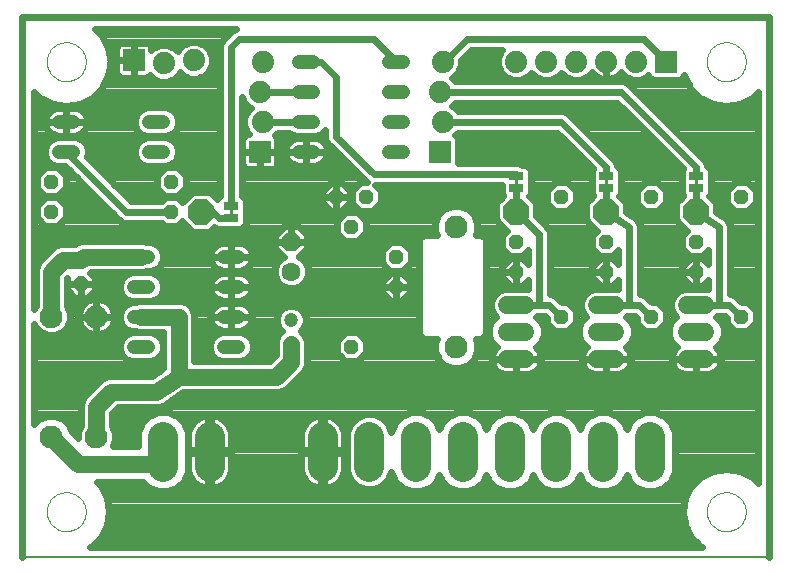
<source format=gbl>
G75*
%MOIN*%
%OFA0B0*%
%FSLAX24Y24*%
%IPPOS*%
%LPD*%
%AMOC8*
5,1,8,0,0,1.08239X$1,22.5*
%
%ADD10C,0.0080*%
%ADD11C,0.0240*%
%ADD12C,0.0600*%
%ADD13C,0.0000*%
%ADD14C,0.0500*%
%ADD15OC8,0.0500*%
%ADD16OC8,0.0630*%
%ADD17C,0.0630*%
%ADD18OC8,0.0480*%
%ADD19C,0.0480*%
%ADD20C,0.0472*%
%ADD21C,0.0760*%
%ADD22R,0.0740X0.0740*%
%ADD23C,0.0740*%
%ADD24C,0.0100*%
%ADD25R,0.0500X0.0250*%
%ADD26OC8,0.0850*%
%ADD27C,0.1004*%
%ADD28C,0.0560*%
%ADD29C,0.0500*%
D10*
X006373Y004935D02*
X031273Y004935D01*
D11*
X006373Y004935D02*
X006373Y022931D01*
X031273Y022931D01*
X031273Y004935D01*
X029040Y005245D02*
X008626Y005245D01*
X008678Y005272D01*
X008678Y005272D01*
X008996Y005590D01*
X009201Y005991D01*
X009271Y006435D01*
X009201Y006879D01*
X009201Y006879D01*
X008996Y007280D01*
X008996Y007280D01*
X008842Y007435D01*
X010389Y007435D01*
X010588Y007236D01*
X010890Y007111D01*
X011217Y007111D01*
X011519Y007236D01*
X011750Y007467D01*
X011875Y007770D01*
X011875Y009100D01*
X011750Y009403D01*
X011519Y009634D01*
X011217Y009759D01*
X010890Y009759D01*
X010588Y009634D01*
X010357Y009403D01*
X010231Y009100D01*
X010231Y008635D01*
X009380Y008635D01*
X009453Y008812D01*
X009453Y009058D01*
X009359Y009286D01*
X009353Y009292D01*
X009353Y009720D01*
X009548Y009915D01*
X010781Y009915D01*
X010832Y009905D01*
X010884Y009915D01*
X010936Y009915D01*
X010984Y009935D01*
X011035Y009945D01*
X011079Y009974D01*
X011127Y009994D01*
X011164Y010031D01*
X011740Y010415D01*
X014936Y010415D01*
X015127Y010494D01*
X015274Y010640D01*
X015774Y011140D01*
X015853Y011332D01*
X015853Y012145D01*
X015774Y012336D01*
X015644Y012466D01*
X015737Y012559D01*
X015809Y012734D01*
X015809Y012923D01*
X015737Y013098D01*
X015603Y013232D01*
X015428Y013305D01*
X015238Y013305D01*
X015063Y013232D01*
X014929Y013098D01*
X014857Y012923D01*
X014857Y012734D01*
X014929Y012559D01*
X015022Y012466D01*
X014892Y012336D01*
X014813Y012145D01*
X014813Y011650D01*
X014618Y011455D01*
X012103Y011455D01*
X012103Y013038D01*
X012024Y013230D01*
X011877Y013376D01*
X011686Y013455D01*
X010230Y013455D01*
X010133Y013415D01*
X009997Y013415D01*
X009821Y013342D01*
X009686Y013207D01*
X009613Y013030D01*
X009613Y012840D01*
X009686Y012663D01*
X009821Y012528D01*
X009997Y012455D01*
X010133Y012455D01*
X010230Y012415D01*
X011063Y012415D01*
X011063Y011213D01*
X010675Y010955D01*
X009230Y010955D01*
X009038Y010876D01*
X008892Y010730D01*
X008392Y010230D01*
X008313Y010038D01*
X008313Y009292D01*
X008307Y009286D01*
X008213Y009058D01*
X008213Y008904D01*
X008026Y009090D01*
X007926Y009332D01*
X007729Y009528D01*
X007472Y009635D01*
X007194Y009635D01*
X006936Y009528D01*
X006763Y009355D01*
X006763Y012691D01*
X006807Y012584D01*
X006982Y012409D01*
X007210Y012315D01*
X007456Y012315D01*
X007684Y012409D01*
X007859Y012584D01*
X007953Y012812D01*
X007953Y013058D01*
X007859Y013286D01*
X007853Y013292D01*
X007853Y014220D01*
X007863Y014230D01*
X007863Y014035D01*
X007863Y013840D01*
X008138Y013565D01*
X008333Y013565D01*
X008528Y013565D01*
X008803Y013840D01*
X008803Y014035D01*
X008803Y014230D01*
X008633Y014400D01*
X008648Y014415D01*
X010436Y014415D01*
X010533Y014455D01*
X010668Y014455D01*
X010845Y014528D01*
X010980Y014663D01*
X011053Y014840D01*
X011053Y015030D01*
X010980Y015207D01*
X010845Y015342D01*
X010668Y015415D01*
X010533Y015415D01*
X010436Y015455D01*
X008330Y015455D01*
X008138Y015376D01*
X008118Y015355D01*
X007630Y015355D01*
X007438Y015276D01*
X007292Y015130D01*
X006892Y014730D01*
X006813Y014538D01*
X006813Y013292D01*
X006807Y013286D01*
X006763Y013179D01*
X006763Y020440D01*
X006964Y020239D01*
X006964Y020239D01*
X007376Y020029D01*
X007833Y019957D01*
X008290Y020029D01*
X008702Y020239D01*
X009029Y020566D01*
X009029Y020566D01*
X009239Y020978D01*
X009311Y021435D01*
X009239Y021892D01*
X009029Y022304D01*
X008791Y022541D01*
X013502Y022541D01*
X013379Y022490D01*
X013278Y022389D01*
X013129Y022240D01*
X013028Y022139D01*
X012973Y022007D01*
X012973Y016974D01*
X012947Y016963D01*
X012879Y016896D01*
X012860Y016849D01*
X012608Y017100D01*
X012057Y017100D01*
X011702Y016745D01*
X011532Y016915D01*
X011134Y016915D01*
X011014Y016795D01*
X009982Y016795D01*
X008519Y018258D01*
X008553Y018340D01*
X008553Y018530D01*
X008480Y018707D01*
X008345Y018842D01*
X008168Y018915D01*
X007497Y018915D01*
X007321Y018842D01*
X007186Y018707D01*
X007113Y018530D01*
X007113Y018340D01*
X007186Y018163D01*
X007321Y018028D01*
X007497Y017955D01*
X007804Y017955D01*
X009528Y016231D01*
X009629Y016130D01*
X009761Y016075D01*
X011014Y016075D01*
X011134Y015955D01*
X011532Y015955D01*
X011702Y016125D01*
X012057Y015770D01*
X012608Y015770D01*
X012757Y015918D01*
X012861Y015875D01*
X013023Y015875D01*
X013035Y015870D01*
X013631Y015870D01*
X013719Y015907D01*
X013786Y015974D01*
X013823Y016062D01*
X013823Y016408D01*
X013812Y016435D01*
X013823Y016462D01*
X013823Y016808D01*
X013786Y016896D01*
X013719Y016963D01*
X013693Y016974D01*
X013693Y020265D01*
X013766Y020089D01*
X013937Y019918D01*
X013984Y019899D01*
X013866Y019781D01*
X013773Y019556D01*
X013773Y019314D01*
X013866Y019089D01*
X013930Y019025D01*
X013884Y019025D01*
X013828Y019010D01*
X013778Y018981D01*
X013737Y018940D01*
X013708Y018890D01*
X013693Y018834D01*
X013693Y018435D01*
X013693Y018036D01*
X013708Y017980D01*
X013737Y017930D01*
X013778Y017889D01*
X013828Y017860D01*
X013884Y017845D01*
X014283Y017845D01*
X014682Y017845D01*
X014738Y017860D01*
X014788Y017889D01*
X014829Y017930D01*
X014858Y017980D01*
X014873Y018036D01*
X014873Y018435D01*
X014873Y018834D01*
X014858Y018890D01*
X014829Y018940D01*
X014790Y018979D01*
X014886Y019075D01*
X015274Y019075D01*
X015321Y019028D01*
X015497Y018955D01*
X016168Y018955D01*
X016345Y019028D01*
X016473Y019156D01*
X016473Y018863D01*
X016528Y018731D01*
X017844Y017415D01*
X017634Y017415D01*
X017353Y017134D01*
X017353Y016736D01*
X017634Y016455D01*
X018032Y016455D01*
X018313Y016736D01*
X018313Y017134D01*
X018122Y017325D01*
X022343Y017325D01*
X022343Y017062D01*
X022379Y016974D01*
X022406Y016948D01*
X022168Y016710D01*
X022168Y016160D01*
X022523Y015804D01*
X022353Y015634D01*
X022353Y015236D01*
X022634Y014955D01*
X023032Y014955D01*
X023223Y015146D01*
X023223Y014696D01*
X023023Y014895D01*
X022833Y014895D01*
X022833Y014435D01*
X022833Y013975D01*
X023023Y013975D01*
X023223Y014174D01*
X023223Y013875D01*
X022426Y013875D01*
X022227Y013793D01*
X022075Y013641D01*
X021993Y013442D01*
X021993Y013228D01*
X022075Y013029D01*
X022163Y012942D01*
X022007Y012786D01*
X021913Y012558D01*
X021913Y012312D01*
X022007Y012084D01*
X022177Y011914D01*
X022136Y011874D01*
X022088Y011808D01*
X022051Y011735D01*
X022026Y011657D01*
X022013Y011576D01*
X022013Y011535D01*
X022013Y011494D01*
X022026Y011413D01*
X022051Y011335D01*
X022088Y011262D01*
X022136Y011196D01*
X022194Y011138D01*
X022260Y011090D01*
X022333Y011053D01*
X022411Y011028D01*
X022492Y011015D01*
X022833Y011015D01*
X023174Y011015D01*
X023255Y011028D01*
X023333Y011053D01*
X023405Y011090D01*
X023472Y011138D01*
X023530Y011196D01*
X023578Y011262D01*
X023615Y011335D01*
X023640Y011413D01*
X023653Y011494D01*
X023653Y011535D01*
X023653Y011576D01*
X023640Y011657D01*
X023615Y011735D01*
X023578Y011808D01*
X023530Y011874D01*
X023489Y011914D01*
X023659Y012084D01*
X023753Y012312D01*
X023753Y012558D01*
X023659Y012786D01*
X023503Y012942D01*
X023537Y012975D01*
X023784Y012975D01*
X023853Y012906D01*
X023853Y012736D01*
X024134Y012455D01*
X024532Y012455D01*
X024813Y012736D01*
X024813Y013134D01*
X024532Y013415D01*
X024362Y013415D01*
X024238Y013539D01*
X024137Y013640D01*
X024005Y013695D01*
X023943Y013695D01*
X023943Y015757D01*
X023888Y015889D01*
X023787Y015990D01*
X023498Y016279D01*
X023498Y016710D01*
X023260Y016948D01*
X023286Y016974D01*
X023323Y017062D01*
X023323Y017408D01*
X023312Y017435D01*
X023323Y017462D01*
X023323Y017808D01*
X023286Y017896D01*
X023219Y017963D01*
X023131Y018000D01*
X023013Y018000D01*
X022905Y018045D01*
X020893Y018045D01*
X020893Y018853D01*
X020856Y018941D01*
X020804Y018993D01*
X020886Y019075D01*
X024184Y019075D01*
X025375Y017884D01*
X025343Y017808D01*
X025343Y017462D01*
X025354Y017435D01*
X025343Y017408D01*
X025343Y017062D01*
X025379Y016974D01*
X025406Y016948D01*
X025168Y016710D01*
X025168Y016160D01*
X025523Y015804D01*
X025353Y015634D01*
X025353Y015236D01*
X025634Y014955D01*
X026032Y014955D01*
X026223Y015146D01*
X026223Y014696D01*
X026023Y014895D01*
X025833Y014895D01*
X025833Y014435D01*
X025833Y013975D01*
X026023Y013975D01*
X026223Y014174D01*
X026223Y013875D01*
X025426Y013875D01*
X025227Y013793D01*
X025075Y013641D01*
X024993Y013442D01*
X024993Y013228D01*
X025075Y013029D01*
X025163Y012942D01*
X025007Y012786D01*
X024913Y012558D01*
X024913Y012312D01*
X025007Y012084D01*
X025177Y011914D01*
X025136Y011874D01*
X025088Y011808D01*
X025051Y011735D01*
X025026Y011657D01*
X025013Y011576D01*
X025013Y011535D01*
X025013Y011494D01*
X025026Y011413D01*
X025051Y011335D01*
X025088Y011262D01*
X025136Y011196D01*
X025194Y011138D01*
X025260Y011090D01*
X025333Y011053D01*
X025411Y011028D01*
X025492Y011015D01*
X025833Y011015D01*
X026174Y011015D01*
X026255Y011028D01*
X026333Y011053D01*
X026405Y011090D01*
X026472Y011138D01*
X026530Y011196D01*
X026578Y011262D01*
X026615Y011335D01*
X026640Y011413D01*
X026653Y011494D01*
X026653Y011535D01*
X026653Y011576D01*
X026640Y011657D01*
X026615Y011735D01*
X026578Y011808D01*
X026530Y011874D01*
X026489Y011914D01*
X026659Y012084D01*
X026753Y012312D01*
X026753Y012558D01*
X026659Y012786D01*
X026503Y012942D01*
X026537Y012975D01*
X026784Y012975D01*
X026853Y012906D01*
X026853Y012736D01*
X027134Y012455D01*
X027532Y012455D01*
X027813Y012736D01*
X027813Y013134D01*
X027532Y013415D01*
X027362Y013415D01*
X027238Y013539D01*
X027137Y013640D01*
X027005Y013695D01*
X026943Y013695D01*
X026943Y015900D01*
X026950Y015935D01*
X026943Y015971D01*
X026943Y016007D01*
X026929Y016040D01*
X026922Y016076D01*
X026902Y016106D01*
X026888Y016139D01*
X026862Y016165D01*
X026842Y016195D01*
X026812Y016215D01*
X026787Y016240D01*
X026753Y016254D01*
X026498Y016424D01*
X026498Y016710D01*
X026260Y016948D01*
X026286Y016974D01*
X026323Y017062D01*
X026323Y017408D01*
X026312Y017435D01*
X026323Y017462D01*
X026323Y017808D01*
X026286Y017896D01*
X026219Y017963D01*
X026193Y017974D01*
X026193Y018007D01*
X026138Y018139D01*
X026037Y018240D01*
X024638Y019639D01*
X024537Y019740D01*
X024405Y019795D01*
X020886Y019795D01*
X020728Y019952D01*
X020682Y019971D01*
X020786Y020075D01*
X026184Y020075D01*
X028375Y017884D01*
X028343Y017808D01*
X028343Y017462D01*
X028354Y017435D01*
X028343Y017408D01*
X028343Y017062D01*
X028379Y016974D01*
X028406Y016948D01*
X028168Y016710D01*
X028168Y016160D01*
X028523Y015804D01*
X028353Y015634D01*
X028353Y015236D01*
X028634Y014955D01*
X029032Y014955D01*
X029223Y015146D01*
X029223Y014696D01*
X029023Y014895D01*
X028833Y014895D01*
X028833Y014435D01*
X028833Y013975D01*
X029023Y013975D01*
X029223Y014174D01*
X029223Y013875D01*
X028426Y013875D01*
X028227Y013793D01*
X028075Y013641D01*
X027993Y013442D01*
X027993Y013228D01*
X028075Y013029D01*
X028163Y012942D01*
X028007Y012786D01*
X027913Y012558D01*
X027913Y012312D01*
X028007Y012084D01*
X028177Y011914D01*
X028136Y011874D01*
X028088Y011808D01*
X028051Y011735D01*
X028026Y011657D01*
X028013Y011576D01*
X028013Y011535D01*
X028013Y011494D01*
X028026Y011413D01*
X028051Y011335D01*
X028088Y011262D01*
X028136Y011196D01*
X028194Y011138D01*
X028260Y011090D01*
X028333Y011053D01*
X028411Y011028D01*
X028492Y011015D01*
X028833Y011015D01*
X029174Y011015D01*
X029255Y011028D01*
X029333Y011053D01*
X029405Y011090D01*
X029472Y011138D01*
X029530Y011196D01*
X029578Y011262D01*
X029615Y011335D01*
X029640Y011413D01*
X029653Y011494D01*
X029653Y011535D01*
X029653Y011576D01*
X029640Y011657D01*
X029615Y011735D01*
X029578Y011808D01*
X029530Y011874D01*
X029489Y011914D01*
X029659Y012084D01*
X029753Y012312D01*
X029753Y012558D01*
X029659Y012786D01*
X029503Y012942D01*
X029537Y012975D01*
X029784Y012975D01*
X029853Y012906D01*
X029853Y012736D01*
X030134Y012455D01*
X030532Y012455D01*
X030813Y012736D01*
X030813Y013134D01*
X030532Y013415D01*
X030362Y013415D01*
X030238Y013539D01*
X030137Y013640D01*
X030005Y013695D01*
X029943Y013695D01*
X029943Y015900D01*
X029950Y015935D01*
X029943Y015971D01*
X029943Y016007D01*
X029929Y016040D01*
X029922Y016076D01*
X029902Y016106D01*
X029888Y016139D01*
X029862Y016165D01*
X029842Y016195D01*
X029812Y016215D01*
X029787Y016240D01*
X029753Y016254D01*
X029498Y016424D01*
X029498Y016710D01*
X029260Y016948D01*
X029286Y016974D01*
X029323Y017062D01*
X029323Y017408D01*
X029312Y017435D01*
X029323Y017462D01*
X029323Y017808D01*
X029286Y017896D01*
X029219Y017963D01*
X029193Y017974D01*
X029193Y018007D01*
X029138Y018139D01*
X026638Y020639D01*
X026537Y020740D01*
X026405Y020795D01*
X020786Y020795D01*
X020682Y020899D01*
X020728Y020918D01*
X020900Y021089D01*
X020993Y021314D01*
X020993Y021486D01*
X021332Y021825D01*
X022360Y021825D01*
X022316Y021781D01*
X022223Y021556D01*
X022223Y021314D01*
X022316Y021089D01*
X022487Y020918D01*
X022712Y020825D01*
X022954Y020825D01*
X023178Y020918D01*
X023333Y021072D01*
X023487Y020918D01*
X023712Y020825D01*
X023954Y020825D01*
X024178Y020918D01*
X024333Y021072D01*
X024487Y020918D01*
X024712Y020825D01*
X024954Y020825D01*
X025178Y020918D01*
X025350Y021089D01*
X025352Y021094D01*
X025383Y021051D01*
X025449Y020985D01*
X025524Y020930D01*
X025606Y020888D01*
X025695Y020860D01*
X025787Y020845D01*
X025833Y020845D01*
X025879Y020845D01*
X025971Y020860D01*
X026059Y020888D01*
X026142Y020930D01*
X026217Y020985D01*
X026283Y021051D01*
X026314Y021094D01*
X026316Y021089D01*
X026487Y020918D01*
X026712Y020825D01*
X026954Y020825D01*
X027178Y020918D01*
X027239Y020978D01*
X027259Y020929D01*
X027327Y020862D01*
X027415Y020825D01*
X028251Y020825D01*
X028339Y020862D01*
X028406Y020929D01*
X028427Y020979D01*
X028427Y020978D01*
X028637Y020566D01*
X028964Y020239D01*
X028964Y020239D01*
X029376Y020029D01*
X029833Y019957D01*
X030290Y020029D01*
X030702Y020239D01*
X030883Y020421D01*
X030883Y007394D01*
X030678Y007598D01*
X030277Y007803D01*
X029833Y007873D01*
X029389Y007803D01*
X028988Y007598D01*
X028670Y007280D01*
X028465Y006879D01*
X028395Y006435D01*
X028465Y005991D01*
X028465Y005991D01*
X028670Y005590D01*
X028988Y005272D01*
X029040Y005245D01*
X028988Y005272D02*
X028988Y005272D01*
X028847Y005412D02*
X008819Y005412D01*
X008996Y005590D02*
X008996Y005590D01*
X009027Y005651D02*
X028639Y005651D01*
X028670Y005590D02*
X028670Y005590D01*
X028517Y005889D02*
X009149Y005889D01*
X009201Y005991D02*
X009201Y005991D01*
X009222Y006128D02*
X028444Y006128D01*
X028406Y006366D02*
X009260Y006366D01*
X009244Y006605D02*
X028422Y006605D01*
X028395Y006435D02*
X028395Y006435D01*
X028460Y006843D02*
X009206Y006843D01*
X009098Y007082D02*
X028568Y007082D01*
X028670Y007280D02*
X028670Y007280D01*
X028709Y007320D02*
X027839Y007320D01*
X027755Y007236D02*
X027453Y007111D01*
X027126Y007111D01*
X026824Y007236D01*
X026593Y007467D01*
X026510Y007667D01*
X026427Y007467D01*
X026196Y007236D01*
X025894Y007111D01*
X025567Y007111D01*
X025265Y007236D01*
X025034Y007467D01*
X024951Y007667D01*
X024868Y007467D01*
X024637Y007236D01*
X024335Y007111D01*
X024008Y007111D01*
X023706Y007236D01*
X023475Y007467D01*
X023392Y007667D01*
X023309Y007467D01*
X023078Y007236D01*
X022776Y007111D01*
X022449Y007111D01*
X022147Y007236D01*
X021916Y007467D01*
X021833Y007667D01*
X021750Y007467D01*
X021519Y007236D01*
X021217Y007111D01*
X020890Y007111D01*
X020588Y007236D01*
X020357Y007467D01*
X020274Y007667D01*
X020191Y007467D01*
X019960Y007236D01*
X019658Y007111D01*
X019331Y007111D01*
X019029Y007236D01*
X018798Y007467D01*
X018672Y007770D01*
X018672Y007774D01*
X018564Y007513D01*
X018356Y007304D01*
X018083Y007191D01*
X017788Y007191D01*
X017515Y007304D01*
X017306Y007513D01*
X017193Y007785D01*
X017193Y009085D01*
X017306Y009357D01*
X017515Y009566D01*
X017788Y009679D01*
X018083Y009679D01*
X018356Y009566D01*
X018564Y009357D01*
X018672Y009096D01*
X018672Y009100D01*
X018798Y009403D01*
X019029Y009634D01*
X019331Y009759D01*
X019658Y009759D01*
X019960Y009634D01*
X020191Y009403D01*
X020274Y009203D01*
X020357Y009403D01*
X020588Y009634D01*
X020890Y009759D01*
X021217Y009759D01*
X021519Y009634D01*
X021750Y009403D01*
X021833Y009203D01*
X021916Y009403D01*
X022147Y009634D01*
X022449Y009759D01*
X022776Y009759D01*
X023078Y009634D01*
X023309Y009403D01*
X023392Y009203D01*
X023475Y009403D01*
X023706Y009634D01*
X024008Y009759D01*
X024335Y009759D01*
X024637Y009634D01*
X024868Y009403D01*
X024951Y009203D01*
X025034Y009403D01*
X025265Y009634D01*
X025567Y009759D01*
X025894Y009759D01*
X026196Y009634D01*
X026427Y009403D01*
X026510Y009203D01*
X026593Y009403D01*
X026824Y009634D01*
X027126Y009759D01*
X027453Y009759D01*
X027755Y009634D01*
X027986Y009403D01*
X028112Y009100D01*
X028112Y007770D01*
X027986Y007467D01*
X027755Y007236D01*
X028024Y007559D02*
X028948Y007559D01*
X029377Y007797D02*
X028112Y007797D01*
X028112Y008036D02*
X030883Y008036D01*
X030883Y008274D02*
X028112Y008274D01*
X028112Y008513D02*
X030883Y008513D01*
X030883Y008751D02*
X028112Y008751D01*
X028112Y008990D02*
X030883Y008990D01*
X030883Y009228D02*
X028059Y009228D01*
X027923Y009467D02*
X030883Y009467D01*
X030883Y009705D02*
X027583Y009705D01*
X026996Y009705D02*
X026024Y009705D01*
X026363Y009467D02*
X026657Y009467D01*
X026520Y009228D02*
X026500Y009228D01*
X025437Y009705D02*
X024465Y009705D01*
X024804Y009467D02*
X025098Y009467D01*
X024961Y009228D02*
X024941Y009228D01*
X023878Y009705D02*
X022906Y009705D01*
X023245Y009467D02*
X023539Y009467D01*
X023402Y009228D02*
X023382Y009228D01*
X022319Y009705D02*
X021347Y009705D01*
X021686Y009467D02*
X021980Y009467D01*
X021843Y009228D02*
X021823Y009228D01*
X020760Y009705D02*
X019788Y009705D01*
X020127Y009467D02*
X020421Y009467D01*
X020284Y009228D02*
X020263Y009228D01*
X019201Y009705D02*
X011347Y009705D01*
X011028Y009944D02*
X030883Y009944D01*
X030883Y010182D02*
X011391Y010182D01*
X011686Y009467D02*
X012121Y009467D01*
X012135Y009481D02*
X012068Y009414D01*
X012011Y009339D01*
X011964Y009257D01*
X011927Y009170D01*
X011903Y009078D01*
X011890Y008984D01*
X011890Y008482D01*
X012565Y008482D01*
X012565Y008388D01*
X011890Y008388D01*
X011890Y007886D01*
X011903Y007792D01*
X011927Y007700D01*
X011964Y007613D01*
X012011Y007531D01*
X012068Y007456D01*
X012135Y007389D01*
X012211Y007331D01*
X012292Y007284D01*
X012380Y007248D01*
X012471Y007223D01*
X012565Y007211D01*
X012565Y008388D01*
X012660Y008388D01*
X012660Y008482D01*
X013334Y008482D01*
X013334Y008984D01*
X013322Y009078D01*
X013298Y009170D01*
X013261Y009257D01*
X013214Y009339D01*
X013156Y009414D01*
X013090Y009481D01*
X013014Y009539D01*
X012932Y009586D01*
X012845Y009622D01*
X012754Y009647D01*
X012660Y009659D01*
X012660Y008482D01*
X012565Y008482D01*
X012565Y009659D01*
X012471Y009647D01*
X012380Y009622D01*
X012292Y009586D01*
X012211Y009539D01*
X012135Y009481D01*
X011952Y009228D02*
X011823Y009228D01*
X011875Y008990D02*
X011891Y008990D01*
X011875Y008751D02*
X011890Y008751D01*
X011875Y008513D02*
X011890Y008513D01*
X011875Y008274D02*
X011890Y008274D01*
X011875Y008036D02*
X011890Y008036D01*
X011875Y007797D02*
X011902Y007797D01*
X011995Y007559D02*
X011788Y007559D01*
X011603Y007320D02*
X012230Y007320D01*
X012565Y007320D02*
X012660Y007320D01*
X012660Y007211D02*
X012754Y007223D01*
X012845Y007248D01*
X012932Y007284D01*
X013014Y007331D01*
X013090Y007389D01*
X013156Y007456D01*
X013214Y007531D01*
X013261Y007613D01*
X013298Y007700D01*
X013322Y007792D01*
X013334Y007886D01*
X013334Y008388D01*
X012660Y008388D01*
X012660Y007211D01*
X012660Y007559D02*
X012565Y007559D01*
X012565Y007797D02*
X012660Y007797D01*
X012660Y008036D02*
X012565Y008036D01*
X012565Y008274D02*
X012660Y008274D01*
X012660Y008513D02*
X012565Y008513D01*
X012565Y008751D02*
X012660Y008751D01*
X012660Y008990D02*
X012565Y008990D01*
X012565Y009228D02*
X012660Y009228D01*
X012660Y009467D02*
X012565Y009467D01*
X013104Y009467D02*
X015885Y009467D01*
X015899Y009481D02*
X015832Y009414D01*
X015775Y009339D01*
X015727Y009257D01*
X015691Y009170D01*
X015667Y009078D01*
X015654Y008984D01*
X015654Y008482D01*
X016329Y008482D01*
X016329Y008388D01*
X015654Y008388D01*
X015654Y007886D01*
X015667Y007792D01*
X015691Y007700D01*
X015727Y007613D01*
X015775Y007531D01*
X015832Y007456D01*
X015899Y007389D01*
X015974Y007331D01*
X016056Y007284D01*
X016144Y007248D01*
X016235Y007223D01*
X016329Y007211D01*
X016329Y008388D01*
X016424Y008388D01*
X016424Y008482D01*
X017098Y008482D01*
X017098Y008984D01*
X017086Y009078D01*
X017061Y009170D01*
X017025Y009257D01*
X016978Y009339D01*
X016920Y009414D01*
X016853Y009481D01*
X016778Y009539D01*
X016696Y009586D01*
X016609Y009622D01*
X016517Y009647D01*
X016424Y009659D01*
X016424Y008482D01*
X016329Y008482D01*
X016329Y009659D01*
X016235Y009647D01*
X016144Y009622D01*
X016056Y009586D01*
X015974Y009539D01*
X015899Y009481D01*
X015715Y009228D02*
X013273Y009228D01*
X013334Y008990D02*
X015655Y008990D01*
X015654Y008751D02*
X013334Y008751D01*
X013334Y008513D02*
X015654Y008513D01*
X015654Y008274D02*
X013334Y008274D01*
X013334Y008036D02*
X015654Y008036D01*
X015666Y007797D02*
X013323Y007797D01*
X013230Y007559D02*
X015759Y007559D01*
X015994Y007320D02*
X012995Y007320D01*
X010504Y007320D02*
X008957Y007320D01*
X009428Y008751D02*
X010231Y008751D01*
X010231Y008990D02*
X009453Y008990D01*
X009383Y009228D02*
X010284Y009228D01*
X010421Y009467D02*
X009353Y009467D01*
X009353Y009705D02*
X010760Y009705D01*
X010947Y011136D02*
X006763Y011136D01*
X006763Y010898D02*
X009091Y010898D01*
X008822Y010659D02*
X006763Y010659D01*
X006763Y010421D02*
X008583Y010421D01*
X008372Y010182D02*
X006763Y010182D01*
X006763Y009944D02*
X008313Y009944D01*
X008313Y009705D02*
X006763Y009705D01*
X006763Y009467D02*
X006874Y009467D01*
X007791Y009467D02*
X008313Y009467D01*
X008283Y009228D02*
X007969Y009228D01*
X008127Y008990D02*
X008213Y008990D01*
X006763Y011375D02*
X011063Y011375D01*
X011063Y011613D02*
X010930Y011613D01*
X010980Y011663D02*
X011053Y011840D01*
X011053Y012030D01*
X010980Y012207D01*
X010845Y012342D01*
X010668Y012415D01*
X009997Y012415D01*
X009821Y012342D01*
X009686Y012207D01*
X009613Y012030D01*
X009613Y011840D01*
X009686Y011663D01*
X009821Y011528D01*
X009997Y011455D01*
X010668Y011455D01*
X010845Y011528D01*
X010980Y011663D01*
X011053Y011852D02*
X011063Y011852D01*
X011063Y012090D02*
X011028Y012090D01*
X011063Y012329D02*
X010858Y012329D01*
X009808Y012329D02*
X007489Y012329D01*
X007177Y012329D02*
X006763Y012329D01*
X006763Y012567D02*
X006824Y012567D01*
X006763Y012090D02*
X009638Y012090D01*
X009613Y011852D02*
X006763Y011852D01*
X006763Y011613D02*
X009736Y011613D01*
X009147Y012422D02*
X009063Y012379D01*
X008973Y012350D01*
X008880Y012335D01*
X008833Y012335D01*
X008833Y012935D01*
X009433Y012935D01*
X009433Y012982D01*
X009418Y013075D01*
X009389Y013165D01*
X009346Y013249D01*
X009291Y013326D01*
X009224Y013393D01*
X009147Y013448D01*
X009063Y013491D01*
X008973Y013520D01*
X008880Y013535D01*
X008833Y013535D01*
X008833Y012935D01*
X008833Y012935D01*
X009433Y012935D01*
X009433Y012888D01*
X009418Y012794D01*
X009389Y012705D01*
X009346Y012621D01*
X009291Y012544D01*
X009224Y012477D01*
X009147Y012422D01*
X009307Y012567D02*
X009782Y012567D01*
X009627Y012806D02*
X009420Y012806D01*
X009423Y013044D02*
X009619Y013044D01*
X009762Y013283D02*
X009322Y013283D01*
X008968Y013521D02*
X009838Y013521D01*
X009821Y013528D02*
X009997Y013455D01*
X010668Y013455D01*
X010845Y013528D01*
X010980Y013663D01*
X011053Y013840D01*
X011053Y014030D01*
X010980Y014207D01*
X010845Y014342D01*
X010668Y014415D01*
X009997Y014415D01*
X009821Y014342D01*
X009686Y014207D01*
X009613Y014030D01*
X009613Y013840D01*
X009686Y013663D01*
X009821Y013528D01*
X009646Y013760D02*
X008722Y013760D01*
X008786Y013535D02*
X008692Y013520D01*
X008603Y013491D01*
X008518Y013448D01*
X008442Y013393D01*
X008375Y013326D01*
X008320Y013249D01*
X008277Y013165D01*
X008248Y013075D01*
X008233Y012982D01*
X008233Y012935D01*
X008233Y012888D01*
X008248Y012794D01*
X008277Y012705D01*
X008320Y012621D01*
X008375Y012544D01*
X008442Y012477D01*
X008518Y012422D01*
X008603Y012379D01*
X008692Y012350D01*
X008786Y012335D01*
X008833Y012335D01*
X008833Y012935D01*
X008833Y012935D01*
X008833Y012935D01*
X008833Y013535D01*
X008786Y013535D01*
X008833Y013521D02*
X008833Y013521D01*
X008697Y013521D02*
X007853Y013521D01*
X007853Y013760D02*
X007944Y013760D01*
X007863Y013998D02*
X007853Y013998D01*
X007863Y014035D02*
X008333Y014035D01*
X008803Y014035D01*
X008333Y014035D01*
X008333Y014035D01*
X008333Y013565D01*
X008333Y014035D01*
X008333Y014035D01*
X008333Y014035D01*
X007863Y014035D01*
X008333Y013998D02*
X008333Y013998D01*
X008333Y013760D02*
X008333Y013760D01*
X008803Y013998D02*
X009613Y013998D01*
X009716Y014237D02*
X008796Y014237D01*
X008833Y013283D02*
X008833Y013283D01*
X008833Y013044D02*
X008833Y013044D01*
X008833Y012935D02*
X008233Y012935D01*
X008833Y012935D01*
X008833Y012935D01*
X008833Y012806D02*
X008833Y012806D01*
X008833Y012567D02*
X008833Y012567D01*
X008359Y012567D02*
X007842Y012567D01*
X007950Y012806D02*
X008246Y012806D01*
X008243Y013044D02*
X007953Y013044D01*
X007860Y013283D02*
X008344Y013283D01*
X006806Y013283D02*
X006763Y013283D01*
X006763Y013521D02*
X006813Y013521D01*
X006813Y013760D02*
X006763Y013760D01*
X006763Y013998D02*
X006813Y013998D01*
X006813Y014237D02*
X006763Y014237D01*
X006763Y014475D02*
X006813Y014475D01*
X006763Y014714D02*
X006885Y014714D01*
X006763Y014952D02*
X007115Y014952D01*
X007353Y015191D02*
X006763Y015191D01*
X006763Y015429D02*
X008267Y015429D01*
X007721Y016145D02*
X009614Y016145D01*
X009376Y016383D02*
X007813Y016383D01*
X007813Y016236D02*
X007532Y015955D01*
X007134Y015955D01*
X006853Y016236D01*
X006853Y016634D01*
X007134Y016915D01*
X007532Y016915D01*
X007813Y016634D01*
X007813Y016236D01*
X007813Y016622D02*
X009137Y016622D01*
X008899Y016860D02*
X007587Y016860D01*
X007532Y016955D02*
X007813Y017236D01*
X007813Y017634D01*
X007532Y017915D01*
X007134Y017915D01*
X006853Y017634D01*
X006853Y017236D01*
X007134Y016955D01*
X007532Y016955D01*
X007675Y017099D02*
X008660Y017099D01*
X008422Y017337D02*
X007813Y017337D01*
X007813Y017576D02*
X008183Y017576D01*
X007945Y017814D02*
X007633Y017814D01*
X007297Y018053D02*
X006763Y018053D01*
X006763Y018291D02*
X007133Y018291D01*
X007113Y018530D02*
X006763Y018530D01*
X006763Y018768D02*
X007247Y018768D01*
X007352Y019042D02*
X007416Y019009D01*
X007485Y018986D01*
X007557Y018975D01*
X007833Y018975D01*
X008109Y018975D01*
X008181Y018986D01*
X008250Y019009D01*
X008314Y019042D01*
X008373Y019084D01*
X008424Y019135D01*
X008466Y019194D01*
X008499Y019258D01*
X008522Y019327D01*
X008533Y019399D01*
X008533Y019435D01*
X008533Y019471D01*
X008522Y019543D01*
X008499Y019612D01*
X008466Y019676D01*
X008424Y019735D01*
X008373Y019786D01*
X008314Y019828D01*
X008250Y019861D01*
X008181Y019884D01*
X008109Y019895D01*
X007833Y019895D01*
X007833Y019435D01*
X008533Y019435D01*
X007833Y019435D01*
X007833Y019435D01*
X007833Y019435D01*
X007833Y018975D01*
X007833Y019435D01*
X007833Y019435D01*
X007833Y019895D01*
X007557Y019895D01*
X007485Y019884D01*
X007416Y019861D01*
X007352Y019828D01*
X007293Y019786D01*
X007242Y019735D01*
X007200Y019676D01*
X007167Y019612D01*
X007144Y019543D01*
X007133Y019471D01*
X007133Y019435D01*
X007133Y019399D01*
X007144Y019327D01*
X007167Y019258D01*
X007200Y019194D01*
X007242Y019135D01*
X007293Y019084D01*
X007352Y019042D01*
X007423Y019007D02*
X006763Y019007D01*
X006763Y019245D02*
X007173Y019245D01*
X007133Y019435D02*
X007833Y019435D01*
X007833Y019435D01*
X007133Y019435D01*
X007135Y019484D02*
X006763Y019484D01*
X006763Y019722D02*
X007233Y019722D01*
X007376Y020029D02*
X007376Y020029D01*
X007043Y020199D02*
X006763Y020199D01*
X006763Y019961D02*
X007811Y019961D01*
X007833Y019957D02*
X007833Y019957D01*
X007855Y019961D02*
X012973Y019961D01*
X012973Y020199D02*
X008623Y020199D01*
X008702Y020239D02*
X008702Y020239D01*
X008900Y020438D02*
X012973Y020438D01*
X012973Y020676D02*
X009085Y020676D01*
X009206Y020915D02*
X009620Y020915D01*
X009628Y020910D02*
X009684Y020895D01*
X010083Y020895D01*
X010482Y020895D01*
X010538Y020910D01*
X010588Y020939D01*
X010627Y020978D01*
X010737Y020868D01*
X010962Y020775D01*
X011204Y020775D01*
X011428Y020868D01*
X011600Y021039D01*
X011619Y021086D01*
X011737Y020968D01*
X011962Y020875D01*
X012204Y020875D01*
X012428Y020968D01*
X012600Y021139D01*
X012693Y021364D01*
X012693Y021606D01*
X012600Y021831D01*
X012428Y022002D01*
X012204Y022095D01*
X011962Y022095D01*
X011737Y022002D01*
X011566Y021831D01*
X011547Y021784D01*
X011428Y021902D01*
X011204Y021995D01*
X010962Y021995D01*
X010737Y021902D01*
X010673Y021838D01*
X010673Y021884D01*
X010658Y021940D01*
X010629Y021990D01*
X010588Y022031D01*
X010538Y022060D01*
X010482Y022075D01*
X010083Y022075D01*
X010083Y021485D01*
X010083Y020895D01*
X010083Y021485D01*
X010083Y021485D01*
X010083Y021485D01*
X010083Y022075D01*
X009684Y022075D01*
X009628Y022060D01*
X009578Y022031D01*
X009537Y021990D01*
X009508Y021940D01*
X009493Y021884D01*
X009493Y021485D01*
X009493Y021086D01*
X009508Y021030D01*
X009537Y020980D01*
X009578Y020939D01*
X009628Y020910D01*
X009493Y021153D02*
X009266Y021153D01*
X009239Y020978D02*
X009239Y020978D01*
X009304Y021392D02*
X009493Y021392D01*
X009493Y021485D02*
X010083Y021485D01*
X010083Y021485D01*
X009493Y021485D01*
X009493Y021630D02*
X009280Y021630D01*
X009242Y021869D02*
X009493Y021869D01*
X009239Y021892D02*
X009239Y021892D01*
X009129Y022107D02*
X013015Y022107D01*
X012973Y021869D02*
X012562Y021869D01*
X012683Y021630D02*
X012973Y021630D01*
X012973Y021392D02*
X012693Y021392D01*
X012606Y021153D02*
X012973Y021153D01*
X012973Y020915D02*
X012300Y020915D01*
X011866Y020915D02*
X011475Y020915D01*
X010691Y020915D02*
X010546Y020915D01*
X010083Y020915D02*
X010083Y020915D01*
X010083Y021153D02*
X010083Y021153D01*
X010083Y021392D02*
X010083Y021392D01*
X010083Y021630D02*
X010083Y021630D01*
X010083Y021869D02*
X010083Y021869D01*
X010673Y021869D02*
X010704Y021869D01*
X011462Y021869D02*
X011604Y021869D01*
X013234Y022346D02*
X008987Y022346D01*
X009029Y022304D02*
X009029Y022304D01*
X008290Y020029D02*
X008290Y020029D01*
X008433Y019722D02*
X010201Y019722D01*
X010186Y019707D02*
X010113Y019530D01*
X010113Y019340D01*
X010186Y019163D01*
X010321Y019028D01*
X010497Y018955D01*
X011168Y018955D01*
X011345Y019028D01*
X011480Y019163D01*
X011553Y019340D01*
X011553Y019530D01*
X011480Y019707D01*
X011345Y019842D01*
X011168Y019915D01*
X010497Y019915D01*
X010321Y019842D01*
X010186Y019707D01*
X010113Y019484D02*
X008531Y019484D01*
X008492Y019245D02*
X010152Y019245D01*
X010373Y019007D02*
X008243Y019007D01*
X008419Y018768D02*
X010247Y018768D01*
X010186Y018707D02*
X010113Y018530D01*
X010113Y018340D01*
X010186Y018163D01*
X010321Y018028D01*
X010497Y017955D01*
X011168Y017955D01*
X011345Y018028D01*
X011480Y018163D01*
X011553Y018340D01*
X011553Y018530D01*
X011480Y018707D01*
X011345Y018842D01*
X011168Y018915D01*
X010497Y018915D01*
X010321Y018842D01*
X010186Y018707D01*
X010113Y018530D02*
X008553Y018530D01*
X008533Y018291D02*
X010133Y018291D01*
X010297Y018053D02*
X008725Y018053D01*
X008963Y017814D02*
X011033Y017814D01*
X011134Y017915D02*
X010853Y017634D01*
X010853Y017236D01*
X011134Y016955D01*
X011532Y016955D01*
X011813Y017236D01*
X011813Y017634D01*
X011532Y017915D01*
X011134Y017915D01*
X011369Y018053D02*
X012973Y018053D01*
X012973Y018291D02*
X011533Y018291D01*
X011553Y018530D02*
X012973Y018530D01*
X012973Y018768D02*
X011419Y018768D01*
X011293Y019007D02*
X012973Y019007D01*
X012973Y019245D02*
X011514Y019245D01*
X011553Y019484D02*
X012973Y019484D01*
X012973Y019722D02*
X011465Y019722D01*
X011633Y017814D02*
X012973Y017814D01*
X012973Y017576D02*
X011813Y017576D01*
X011813Y017337D02*
X012973Y017337D01*
X012973Y017099D02*
X012610Y017099D01*
X012848Y016860D02*
X012865Y016860D01*
X012733Y016435D02*
X012333Y016435D01*
X012733Y016435D02*
X012933Y016235D01*
X013333Y016235D01*
X013333Y016635D02*
X013333Y021935D01*
X013583Y022185D01*
X018083Y022185D01*
X018833Y021435D01*
X020383Y021435D02*
X020433Y021435D01*
X021183Y022185D01*
X027083Y022185D01*
X027833Y021435D01*
X028427Y020978D02*
X028427Y020978D01*
X028460Y020915D02*
X028392Y020915D01*
X028581Y020676D02*
X026601Y020676D01*
X026495Y020915D02*
X026111Y020915D01*
X025833Y020915D02*
X025833Y020915D01*
X025833Y020845D02*
X025833Y021435D01*
X025833Y021435D01*
X025833Y020845D01*
X025555Y020915D02*
X025170Y020915D01*
X024495Y020915D02*
X024170Y020915D01*
X023495Y020915D02*
X023170Y020915D01*
X022495Y020915D02*
X020720Y020915D01*
X020926Y021153D02*
X022289Y021153D01*
X022223Y021392D02*
X020993Y021392D01*
X021137Y021630D02*
X022253Y021630D01*
X020708Y019961D02*
X026298Y019961D01*
X026537Y019722D02*
X024555Y019722D01*
X024794Y019484D02*
X026775Y019484D01*
X027014Y019245D02*
X025032Y019245D01*
X025271Y019007D02*
X027252Y019007D01*
X027491Y018768D02*
X025509Y018768D01*
X025748Y018530D02*
X027729Y018530D01*
X027968Y018291D02*
X025986Y018291D01*
X026174Y018053D02*
X028206Y018053D01*
X028346Y017814D02*
X026320Y017814D01*
X026323Y017576D02*
X028343Y017576D01*
X028343Y017337D02*
X027610Y017337D01*
X027532Y017415D02*
X027134Y017415D01*
X026853Y017134D01*
X026853Y016736D01*
X027134Y016455D01*
X027532Y016455D01*
X027813Y016736D01*
X027813Y017134D01*
X027532Y017415D01*
X027813Y017099D02*
X028343Y017099D01*
X028318Y016860D02*
X027813Y016860D01*
X027698Y016622D02*
X028168Y016622D01*
X028168Y016383D02*
X026560Y016383D01*
X026498Y016622D02*
X026968Y016622D01*
X026853Y016860D02*
X026348Y016860D01*
X026323Y017099D02*
X026853Y017099D01*
X027056Y017337D02*
X026323Y017337D01*
X025833Y017235D02*
X025833Y016435D01*
X026583Y015935D01*
X026583Y013335D01*
X026933Y013335D01*
X027333Y012935D01*
X027664Y013283D02*
X027993Y013283D01*
X028025Y013521D02*
X027256Y013521D01*
X026943Y013760D02*
X028194Y013760D01*
X028619Y013998D02*
X026943Y013998D01*
X026943Y014237D02*
X028381Y014237D01*
X028373Y014244D02*
X028642Y013975D01*
X028833Y013975D01*
X028833Y014435D01*
X028833Y014435D01*
X028833Y014435D01*
X028833Y014895D01*
X028642Y014895D01*
X028373Y014626D01*
X028373Y014435D01*
X028373Y014244D01*
X028373Y014435D02*
X028833Y014435D01*
X028833Y014435D01*
X028373Y014435D01*
X028373Y014475D02*
X026943Y014475D01*
X026943Y014714D02*
X028461Y014714D01*
X028833Y014714D02*
X028833Y014714D01*
X028833Y014475D02*
X028833Y014475D01*
X028833Y014237D02*
X028833Y014237D01*
X028833Y013998D02*
X028833Y013998D01*
X029046Y013998D02*
X029223Y013998D01*
X029205Y014714D02*
X029223Y014714D01*
X029223Y014952D02*
X026943Y014952D01*
X026943Y015191D02*
X028399Y015191D01*
X028353Y015429D02*
X026943Y015429D01*
X026943Y015668D02*
X028387Y015668D01*
X028421Y015906D02*
X026944Y015906D01*
X026883Y016145D02*
X028183Y016145D01*
X028833Y016435D02*
X029583Y015935D01*
X029583Y013335D01*
X028833Y013335D01*
X029583Y013335D02*
X029933Y013335D01*
X030333Y012935D01*
X030664Y013283D02*
X030883Y013283D01*
X030883Y013521D02*
X030256Y013521D01*
X029943Y013760D02*
X030883Y013760D01*
X030883Y013998D02*
X029943Y013998D01*
X029943Y014237D02*
X030883Y014237D01*
X030883Y014475D02*
X029943Y014475D01*
X029943Y014714D02*
X030883Y014714D01*
X030883Y014952D02*
X029943Y014952D01*
X029943Y015191D02*
X030883Y015191D01*
X030883Y015429D02*
X029943Y015429D01*
X029943Y015668D02*
X030883Y015668D01*
X030883Y015906D02*
X029944Y015906D01*
X029883Y016145D02*
X030883Y016145D01*
X030883Y016383D02*
X029560Y016383D01*
X029498Y016622D02*
X029968Y016622D01*
X029853Y016736D02*
X030134Y016455D01*
X030532Y016455D01*
X030813Y016736D01*
X030813Y017134D01*
X030532Y017415D01*
X030134Y017415D01*
X029853Y017134D01*
X029853Y016736D01*
X029853Y016860D02*
X029348Y016860D01*
X029323Y017099D02*
X029853Y017099D01*
X030056Y017337D02*
X029323Y017337D01*
X029323Y017576D02*
X030883Y017576D01*
X030883Y017814D02*
X029320Y017814D01*
X029174Y018053D02*
X030883Y018053D01*
X030883Y018291D02*
X028986Y018291D01*
X028748Y018530D02*
X030883Y018530D01*
X030883Y018768D02*
X028509Y018768D01*
X028271Y019007D02*
X030883Y019007D01*
X030883Y019245D02*
X028032Y019245D01*
X027794Y019484D02*
X030883Y019484D01*
X030883Y019722D02*
X027555Y019722D01*
X027317Y019961D02*
X029811Y019961D01*
X029833Y019957D02*
X029833Y019957D01*
X029855Y019961D02*
X030883Y019961D01*
X030883Y020199D02*
X030623Y020199D01*
X030702Y020239D02*
X030702Y020239D01*
X030702Y020239D01*
X030290Y020029D02*
X030290Y020029D01*
X029376Y020029D02*
X029376Y020029D01*
X029043Y020199D02*
X027078Y020199D01*
X026840Y020438D02*
X028766Y020438D01*
X028637Y020566D02*
X028637Y020566D01*
X027274Y020915D02*
X027170Y020915D01*
X026333Y020435D02*
X020333Y020435D01*
X020283Y020435D01*
X020383Y019435D02*
X024333Y019435D01*
X025833Y017935D01*
X025833Y017635D01*
X025343Y017576D02*
X023323Y017576D01*
X023320Y017814D02*
X025346Y017814D01*
X025206Y018053D02*
X020893Y018053D01*
X020893Y018291D02*
X024968Y018291D01*
X024729Y018530D02*
X020893Y018530D01*
X020893Y018768D02*
X024491Y018768D01*
X024252Y019007D02*
X020817Y019007D01*
X022343Y017099D02*
X018313Y017099D01*
X018313Y016860D02*
X022318Y016860D01*
X022168Y016622D02*
X021005Y016622D01*
X020972Y016635D02*
X020694Y016635D01*
X020436Y016528D01*
X020240Y016332D01*
X020133Y016074D01*
X020133Y015796D01*
X020183Y015675D01*
X019785Y015675D01*
X019697Y015638D01*
X019629Y015571D01*
X019593Y015483D01*
X019593Y012387D01*
X019629Y012299D01*
X019697Y012232D01*
X019785Y012195D01*
X020183Y012195D01*
X020133Y012074D01*
X020133Y011796D01*
X020240Y011538D01*
X020436Y011342D01*
X020694Y011235D01*
X020972Y011235D01*
X021229Y011342D01*
X021426Y011538D01*
X021533Y011796D01*
X021533Y012074D01*
X021483Y012195D01*
X021631Y012195D01*
X021719Y012232D01*
X021786Y012299D01*
X021823Y012387D01*
X021823Y015483D01*
X021786Y015571D01*
X021719Y015638D01*
X021631Y015675D01*
X021483Y015675D01*
X021533Y015796D01*
X021533Y016074D01*
X021426Y016332D01*
X021229Y016528D01*
X020972Y016635D01*
X020661Y016622D02*
X018198Y016622D01*
X017802Y016145D02*
X020162Y016145D01*
X020133Y015906D02*
X017813Y015906D01*
X017813Y015736D02*
X017532Y015455D01*
X017134Y015455D01*
X016853Y015736D01*
X016853Y016134D01*
X017134Y016415D01*
X017532Y016415D01*
X017813Y016134D01*
X017813Y015736D01*
X017744Y015668D02*
X019767Y015668D01*
X019593Y015429D02*
X015868Y015429D01*
X015868Y015435D02*
X015333Y015435D01*
X015868Y015435D01*
X015868Y015657D01*
X015555Y015970D01*
X015333Y015970D01*
X015333Y015435D01*
X015333Y015435D01*
X015333Y015435D01*
X015333Y015970D01*
X015111Y015970D01*
X014798Y015657D01*
X014798Y015435D01*
X014798Y015213D01*
X015080Y014931D01*
X015019Y014906D01*
X014862Y014749D01*
X014778Y014545D01*
X014778Y014325D01*
X014862Y014121D01*
X015019Y013964D01*
X015223Y013880D01*
X015443Y013880D01*
X015647Y013964D01*
X015803Y014121D01*
X015888Y014325D01*
X015888Y014545D01*
X015803Y014749D01*
X015647Y014906D01*
X015586Y014931D01*
X015868Y015213D01*
X015868Y015435D01*
X015857Y015668D02*
X016922Y015668D01*
X016853Y015906D02*
X015619Y015906D01*
X015333Y015906D02*
X015333Y015906D01*
X015333Y015668D02*
X015333Y015668D01*
X015333Y015435D02*
X015333Y015435D01*
X014798Y015435D01*
X015333Y015435D01*
X015607Y014952D02*
X018353Y014952D01*
X018353Y015134D02*
X018353Y014736D01*
X018634Y014455D01*
X019032Y014455D01*
X019313Y014736D01*
X019313Y015134D01*
X019032Y015415D01*
X018634Y015415D01*
X018353Y015134D01*
X018410Y015191D02*
X015845Y015191D01*
X015818Y014714D02*
X018376Y014714D01*
X018614Y014475D02*
X015888Y014475D01*
X015851Y014237D02*
X018484Y014237D01*
X018373Y014126D02*
X018373Y013935D01*
X018373Y013744D01*
X018642Y013475D01*
X018833Y013475D01*
X019023Y013475D01*
X019293Y013744D01*
X019293Y013935D01*
X019293Y014126D01*
X019023Y014395D01*
X018833Y014395D01*
X018833Y013935D01*
X019293Y013935D01*
X018833Y013935D01*
X018833Y013935D01*
X018833Y013935D01*
X018833Y013475D01*
X018833Y013935D01*
X018833Y013935D01*
X018833Y014395D01*
X018642Y014395D01*
X018373Y014126D01*
X018373Y013998D02*
X015681Y013998D01*
X014985Y013998D02*
X014029Y013998D01*
X014033Y013971D02*
X014022Y014043D01*
X013999Y014112D01*
X013966Y014176D01*
X013924Y014235D01*
X013873Y014286D01*
X013814Y014328D01*
X013750Y014361D01*
X013681Y014384D01*
X013609Y014395D01*
X013333Y014395D01*
X013333Y013935D01*
X014033Y013935D01*
X014033Y013971D01*
X014033Y013935D02*
X013333Y013935D01*
X013333Y013935D01*
X013333Y013935D01*
X013333Y013475D01*
X013609Y013475D01*
X013681Y013486D01*
X013750Y013509D01*
X013814Y013542D01*
X013873Y013584D01*
X013924Y013635D01*
X013966Y013694D01*
X013999Y013758D01*
X014022Y013827D01*
X014033Y013899D01*
X014033Y013935D01*
X014000Y013760D02*
X018373Y013760D01*
X018373Y013935D02*
X018833Y013935D01*
X018833Y013935D01*
X018373Y013935D01*
X018833Y013998D02*
X018833Y013998D01*
X018833Y013760D02*
X018833Y013760D01*
X018833Y013521D02*
X018833Y013521D01*
X019069Y013521D02*
X019593Y013521D01*
X019593Y013283D02*
X015482Y013283D01*
X015184Y013283D02*
X013876Y013283D01*
X013873Y013286D02*
X013814Y013328D01*
X013750Y013361D01*
X013681Y013384D01*
X013609Y013395D01*
X013333Y013395D01*
X013333Y012935D01*
X014033Y012935D01*
X014033Y012971D01*
X014022Y013043D01*
X013999Y013112D01*
X013966Y013176D01*
X013924Y013235D01*
X013873Y013286D01*
X013774Y013521D02*
X018596Y013521D01*
X018833Y014237D02*
X018833Y014237D01*
X019052Y014475D02*
X019593Y014475D01*
X019593Y014237D02*
X019182Y014237D01*
X019293Y013998D02*
X019593Y013998D01*
X019593Y013760D02*
X019293Y013760D01*
X019593Y013044D02*
X015759Y013044D01*
X015809Y012806D02*
X019593Y012806D01*
X019593Y012567D02*
X015740Y012567D01*
X015777Y012329D02*
X017048Y012329D01*
X017134Y012415D02*
X016853Y012134D01*
X016853Y011736D01*
X017134Y011455D01*
X017532Y011455D01*
X017813Y011736D01*
X017813Y012134D01*
X017532Y012415D01*
X017134Y012415D01*
X016853Y012090D02*
X015853Y012090D01*
X015853Y011852D02*
X016853Y011852D01*
X016976Y011613D02*
X015853Y011613D01*
X015853Y011375D02*
X020403Y011375D01*
X020209Y011613D02*
X017690Y011613D01*
X017813Y011852D02*
X020133Y011852D01*
X020139Y012090D02*
X017813Y012090D01*
X017618Y012329D02*
X019617Y012329D01*
X021262Y011375D02*
X022038Y011375D01*
X022013Y011535D02*
X022833Y011535D01*
X023653Y011535D01*
X022833Y011535D01*
X022833Y011535D01*
X022833Y011015D01*
X022833Y011535D01*
X022833Y011535D01*
X022833Y011535D01*
X022013Y011535D01*
X022019Y011613D02*
X021457Y011613D01*
X021533Y011852D02*
X022120Y011852D01*
X022005Y012090D02*
X021526Y012090D01*
X021799Y012329D02*
X021913Y012329D01*
X021917Y012567D02*
X021823Y012567D01*
X021823Y012806D02*
X022027Y012806D01*
X022069Y013044D02*
X021823Y013044D01*
X021823Y013283D02*
X021993Y013283D01*
X022025Y013521D02*
X021823Y013521D01*
X021823Y013760D02*
X022194Y013760D01*
X021823Y013998D02*
X022619Y013998D01*
X022642Y013975D02*
X022833Y013975D01*
X022833Y014435D01*
X022833Y014435D01*
X022833Y014435D01*
X022833Y014895D01*
X022642Y014895D01*
X022373Y014626D01*
X022373Y014435D01*
X022373Y014244D01*
X022642Y013975D01*
X022833Y013998D02*
X022833Y013998D01*
X023046Y013998D02*
X023223Y013998D01*
X022833Y014237D02*
X022833Y014237D01*
X022833Y014435D02*
X022373Y014435D01*
X022833Y014435D01*
X022833Y014435D01*
X022833Y014475D02*
X022833Y014475D01*
X022833Y014714D02*
X022833Y014714D01*
X023205Y014714D02*
X023223Y014714D01*
X023223Y014952D02*
X021823Y014952D01*
X021823Y014714D02*
X022461Y014714D01*
X022373Y014475D02*
X021823Y014475D01*
X021823Y014237D02*
X022381Y014237D01*
X022833Y013335D02*
X023583Y013335D01*
X023583Y015685D01*
X022833Y016435D01*
X022833Y017235D01*
X022833Y017635D02*
X022833Y017685D01*
X018083Y017685D01*
X016833Y018935D01*
X016833Y020935D01*
X016333Y021435D01*
X015833Y021435D01*
X015833Y020435D02*
X014283Y020435D01*
X013895Y019961D02*
X013693Y019961D01*
X013693Y020199D02*
X013720Y020199D01*
X013693Y019722D02*
X013842Y019722D01*
X013773Y019484D02*
X013693Y019484D01*
X013693Y019245D02*
X013801Y019245D01*
X013822Y019007D02*
X013693Y019007D01*
X013693Y018768D02*
X013693Y018768D01*
X013693Y018530D02*
X013693Y018530D01*
X013693Y018435D02*
X014283Y018435D01*
X014873Y018435D01*
X014283Y018435D01*
X014283Y018435D01*
X014283Y017845D01*
X014283Y018435D01*
X014283Y018435D01*
X013693Y018435D01*
X013693Y018291D02*
X013693Y018291D01*
X013693Y018053D02*
X013693Y018053D01*
X013693Y017814D02*
X017445Y017814D01*
X017683Y017576D02*
X013693Y017576D01*
X013693Y017337D02*
X016584Y017337D01*
X016642Y017395D02*
X016373Y017126D01*
X016373Y016935D01*
X016373Y016744D01*
X016642Y016475D01*
X016833Y016475D01*
X017023Y016475D01*
X017293Y016744D01*
X017293Y016935D01*
X017293Y017126D01*
X017023Y017395D01*
X016833Y017395D01*
X016833Y016935D01*
X017293Y016935D01*
X016833Y016935D01*
X016833Y016935D01*
X016833Y016475D01*
X016833Y016935D01*
X016833Y016935D01*
X016833Y016935D01*
X016833Y017395D01*
X016642Y017395D01*
X016833Y017337D02*
X016833Y017337D01*
X016833Y017099D02*
X016833Y017099D01*
X016833Y016935D02*
X016833Y016935D01*
X016373Y016935D01*
X016833Y016935D01*
X016833Y016860D02*
X016833Y016860D01*
X016833Y016622D02*
X016833Y016622D01*
X017170Y016622D02*
X017468Y016622D01*
X017564Y016383D02*
X020291Y016383D01*
X021375Y016383D02*
X022168Y016383D01*
X022183Y016145D02*
X021504Y016145D01*
X021533Y015906D02*
X022421Y015906D01*
X022387Y015668D02*
X021649Y015668D01*
X021823Y015429D02*
X022353Y015429D01*
X022399Y015191D02*
X021823Y015191D01*
X023633Y016145D02*
X025183Y016145D01*
X025168Y016383D02*
X023498Y016383D01*
X023498Y016622D02*
X023968Y016622D01*
X023853Y016736D02*
X024134Y016455D01*
X024532Y016455D01*
X024813Y016736D01*
X024813Y017134D01*
X024532Y017415D01*
X024134Y017415D01*
X023853Y017134D01*
X023853Y016736D01*
X023853Y016860D02*
X023348Y016860D01*
X023323Y017099D02*
X023853Y017099D01*
X024056Y017337D02*
X023323Y017337D01*
X024610Y017337D02*
X025343Y017337D01*
X025343Y017099D02*
X024813Y017099D01*
X024813Y016860D02*
X025318Y016860D01*
X025168Y016622D02*
X024698Y016622D01*
X025421Y015906D02*
X023871Y015906D01*
X023943Y015668D02*
X025387Y015668D01*
X025353Y015429D02*
X023943Y015429D01*
X023943Y015191D02*
X025399Y015191D01*
X025642Y014895D02*
X025373Y014626D01*
X025373Y014435D01*
X025373Y014244D01*
X025642Y013975D01*
X025833Y013975D01*
X025833Y014435D01*
X025833Y014435D01*
X025833Y014435D01*
X025833Y014895D01*
X025642Y014895D01*
X025461Y014714D02*
X023943Y014714D01*
X023943Y014952D02*
X026223Y014952D01*
X026205Y014714D02*
X026223Y014714D01*
X025833Y014714D02*
X025833Y014714D01*
X025833Y014475D02*
X025833Y014475D01*
X025833Y014435D02*
X025833Y014435D01*
X025373Y014435D01*
X025833Y014435D01*
X025833Y014237D02*
X025833Y014237D01*
X025833Y013998D02*
X025833Y013998D01*
X026046Y013998D02*
X026223Y013998D01*
X025619Y013998D02*
X023943Y013998D01*
X023943Y013760D02*
X025194Y013760D01*
X025025Y013521D02*
X024256Y013521D01*
X023933Y013335D02*
X023583Y013335D01*
X023933Y013335D02*
X024333Y012935D01*
X024664Y013283D02*
X024993Y013283D01*
X025069Y013044D02*
X024813Y013044D01*
X024813Y012806D02*
X025027Y012806D01*
X024917Y012567D02*
X024644Y012567D01*
X024913Y012329D02*
X023753Y012329D01*
X023749Y012567D02*
X024022Y012567D01*
X023853Y012806D02*
X023639Y012806D01*
X023661Y012090D02*
X025005Y012090D01*
X025120Y011852D02*
X023546Y011852D01*
X023647Y011613D02*
X025019Y011613D01*
X025013Y011535D02*
X025833Y011535D01*
X026653Y011535D01*
X025833Y011535D01*
X025833Y011535D01*
X025833Y011015D01*
X025833Y011535D01*
X025833Y011535D01*
X025013Y011535D01*
X025038Y011375D02*
X023628Y011375D01*
X023468Y011136D02*
X025197Y011136D01*
X025833Y011136D02*
X025833Y011136D01*
X025833Y011375D02*
X025833Y011375D01*
X025833Y011535D02*
X025833Y011535D01*
X026468Y011136D02*
X028197Y011136D01*
X028038Y011375D02*
X026628Y011375D01*
X026647Y011613D02*
X028019Y011613D01*
X028013Y011535D02*
X028833Y011535D01*
X029653Y011535D01*
X028833Y011535D01*
X028833Y011535D01*
X028833Y011015D01*
X028833Y011535D01*
X028833Y011535D01*
X028013Y011535D01*
X028120Y011852D02*
X026546Y011852D01*
X026661Y012090D02*
X028005Y012090D01*
X027913Y012329D02*
X026753Y012329D01*
X026749Y012567D02*
X027022Y012567D01*
X026853Y012806D02*
X026639Y012806D01*
X026583Y013335D02*
X025833Y013335D01*
X025381Y014237D02*
X023943Y014237D01*
X023943Y014475D02*
X025373Y014475D01*
X027644Y012567D02*
X027917Y012567D01*
X027813Y012806D02*
X028027Y012806D01*
X028069Y013044D02*
X027813Y013044D01*
X028833Y011535D02*
X028833Y011535D01*
X028833Y011375D02*
X028833Y011375D01*
X028833Y011136D02*
X028833Y011136D01*
X029468Y011136D02*
X030883Y011136D01*
X030883Y010898D02*
X015531Y010898D01*
X015769Y011136D02*
X022197Y011136D01*
X022833Y011136D02*
X022833Y011136D01*
X022833Y011375D02*
X022833Y011375D01*
X019593Y014714D02*
X019290Y014714D01*
X019313Y014952D02*
X019593Y014952D01*
X019593Y015191D02*
X019256Y015191D01*
X017556Y017337D02*
X017081Y017337D01*
X017293Y017099D02*
X017353Y017099D01*
X017353Y016860D02*
X017293Y016860D01*
X017102Y016383D02*
X013823Y016383D01*
X013823Y016145D02*
X016864Y016145D01*
X016496Y016622D02*
X013823Y016622D01*
X013801Y016860D02*
X016373Y016860D01*
X016373Y017099D02*
X013693Y017099D01*
X014283Y018053D02*
X014283Y018053D01*
X014283Y018291D02*
X014283Y018291D01*
X014283Y018435D02*
X014283Y018435D01*
X014873Y018530D02*
X015142Y018530D01*
X015144Y018543D02*
X015133Y018471D01*
X015133Y018435D01*
X015133Y018399D01*
X015144Y018327D01*
X015167Y018258D01*
X015200Y018194D01*
X015242Y018135D01*
X015293Y018084D01*
X015352Y018042D01*
X015416Y018009D01*
X015485Y017986D01*
X015557Y017975D01*
X015833Y017975D01*
X016109Y017975D01*
X016181Y017986D01*
X016250Y018009D01*
X016314Y018042D01*
X016373Y018084D01*
X016424Y018135D01*
X016466Y018194D01*
X016499Y018258D01*
X016522Y018327D01*
X016533Y018399D01*
X016533Y018435D01*
X016533Y018471D01*
X016522Y018543D01*
X016499Y018612D01*
X016466Y018676D01*
X016424Y018735D01*
X016373Y018786D01*
X016314Y018828D01*
X016250Y018861D01*
X016181Y018884D01*
X016109Y018895D01*
X015833Y018895D01*
X015833Y018435D01*
X016533Y018435D01*
X015833Y018435D01*
X015833Y018435D01*
X015833Y018435D01*
X015833Y017975D01*
X015833Y018435D01*
X015833Y018435D01*
X015833Y018895D01*
X015557Y018895D01*
X015485Y018884D01*
X015416Y018861D01*
X015352Y018828D01*
X015293Y018786D01*
X015242Y018735D01*
X015200Y018676D01*
X015167Y018612D01*
X015144Y018543D01*
X015133Y018435D02*
X015833Y018435D01*
X015133Y018435D01*
X015156Y018291D02*
X014873Y018291D01*
X014873Y018053D02*
X015337Y018053D01*
X015833Y018053D02*
X015833Y018053D01*
X015833Y018291D02*
X015833Y018291D01*
X015833Y018435D02*
X015833Y018435D01*
X015833Y018530D02*
X015833Y018530D01*
X015833Y018768D02*
X015833Y018768D01*
X016293Y019007D02*
X016473Y019007D01*
X016512Y018768D02*
X016390Y018768D01*
X016524Y018530D02*
X016729Y018530D01*
X016510Y018291D02*
X016968Y018291D01*
X017206Y018053D02*
X016329Y018053D01*
X015275Y018768D02*
X014873Y018768D01*
X014817Y019007D02*
X015373Y019007D01*
X015833Y019435D02*
X014383Y019435D01*
X012056Y017099D02*
X011675Y017099D01*
X011587Y016860D02*
X011818Y016860D01*
X011333Y016435D02*
X009833Y016435D01*
X007833Y018435D01*
X007833Y019007D02*
X007833Y019007D01*
X007833Y019245D02*
X007833Y019245D01*
X007833Y019484D02*
X007833Y019484D01*
X007833Y019722D02*
X007833Y019722D01*
X006766Y020438D02*
X006763Y020438D01*
X006763Y017814D02*
X007033Y017814D01*
X006853Y017576D02*
X006763Y017576D01*
X006763Y017337D02*
X006853Y017337D01*
X006763Y017099D02*
X006991Y017099D01*
X007079Y016860D02*
X006763Y016860D01*
X006763Y016622D02*
X006853Y016622D01*
X006853Y016383D02*
X006763Y016383D01*
X006763Y016145D02*
X006945Y016145D01*
X006763Y015906D02*
X011921Y015906D01*
X012744Y015906D02*
X012786Y015906D01*
X012985Y015384D02*
X012916Y015361D01*
X012852Y015328D01*
X012793Y015286D01*
X012742Y015235D01*
X012700Y015176D01*
X012667Y015112D01*
X012644Y015043D01*
X012633Y014971D01*
X012633Y014935D01*
X012633Y014899D01*
X012644Y014827D01*
X012667Y014758D01*
X012700Y014694D01*
X012742Y014635D01*
X012793Y014584D01*
X012852Y014542D01*
X012916Y014509D01*
X012985Y014486D01*
X013057Y014475D01*
X013333Y014475D01*
X013333Y014475D01*
X013609Y014475D01*
X013681Y014486D01*
X013750Y014509D01*
X013814Y014542D01*
X013873Y014584D01*
X013924Y014635D01*
X013966Y014694D01*
X013999Y014758D01*
X014022Y014827D01*
X014033Y014899D01*
X014033Y014935D01*
X014033Y014971D01*
X014022Y015043D01*
X013999Y015112D01*
X013966Y015176D01*
X013924Y015235D01*
X013873Y015286D01*
X013814Y015328D01*
X013750Y015361D01*
X013681Y015384D01*
X013609Y015395D01*
X013333Y015395D01*
X013333Y014935D01*
X014033Y014935D01*
X013333Y014935D01*
X013333Y014935D01*
X013333Y014935D01*
X013333Y014475D01*
X013333Y014935D01*
X013333Y014935D01*
X013333Y015395D01*
X013057Y015395D01*
X012985Y015384D01*
X012710Y015191D02*
X010987Y015191D01*
X011053Y014952D02*
X012633Y014952D01*
X012633Y014935D02*
X013333Y014935D01*
X012633Y014935D01*
X012690Y014714D02*
X011001Y014714D01*
X010717Y014475D02*
X013057Y014475D01*
X013057Y014395D02*
X012985Y014384D01*
X012916Y014361D01*
X012852Y014328D01*
X012793Y014286D01*
X012742Y014235D01*
X012700Y014176D01*
X012667Y014112D01*
X012644Y014043D01*
X012633Y013971D01*
X012633Y013935D01*
X012633Y013899D01*
X012644Y013827D01*
X012667Y013758D01*
X012700Y013694D01*
X012742Y013635D01*
X012793Y013584D01*
X012852Y013542D01*
X012916Y013509D01*
X012985Y013486D01*
X013057Y013475D01*
X013333Y013475D01*
X013333Y013935D01*
X013333Y013935D01*
X013333Y014395D01*
X013057Y014395D01*
X013333Y014237D02*
X013333Y014237D01*
X013333Y013998D02*
X013333Y013998D01*
X013333Y013935D02*
X013333Y013935D01*
X012633Y013935D01*
X013333Y013935D01*
X013333Y013760D02*
X013333Y013760D01*
X013333Y013521D02*
X013333Y013521D01*
X013333Y013395D02*
X013057Y013395D01*
X012985Y013384D01*
X012916Y013361D01*
X012852Y013328D01*
X012793Y013286D01*
X012742Y013235D01*
X012700Y013176D01*
X012667Y013112D01*
X012644Y013043D01*
X012633Y012971D01*
X012633Y012935D01*
X012633Y012899D01*
X012644Y012827D01*
X012667Y012758D01*
X012700Y012694D01*
X012742Y012635D01*
X012793Y012584D01*
X012852Y012542D01*
X012916Y012509D01*
X012985Y012486D01*
X013057Y012475D01*
X013333Y012475D01*
X013609Y012475D01*
X013681Y012486D01*
X013750Y012509D01*
X013814Y012542D01*
X013873Y012584D01*
X013924Y012635D01*
X013966Y012694D01*
X013999Y012758D01*
X014022Y012827D01*
X014033Y012899D01*
X014033Y012935D01*
X013333Y012935D01*
X013333Y012935D01*
X013333Y012935D01*
X013333Y012475D01*
X013333Y012935D01*
X013333Y012935D01*
X013333Y013395D01*
X013333Y013283D02*
X013333Y013283D01*
X013333Y013044D02*
X013333Y013044D01*
X013333Y012935D02*
X013333Y012935D01*
X012633Y012935D01*
X013333Y012935D01*
X013333Y012806D02*
X013333Y012806D01*
X013333Y012567D02*
X013333Y012567D01*
X013668Y012415D02*
X013845Y012342D01*
X013980Y012207D01*
X014053Y012030D01*
X014053Y011840D01*
X013980Y011663D01*
X013845Y011528D01*
X013668Y011455D01*
X012997Y011455D01*
X012821Y011528D01*
X012686Y011663D01*
X012613Y011840D01*
X012613Y012030D01*
X012686Y012207D01*
X012821Y012342D01*
X012997Y012415D01*
X013668Y012415D01*
X013858Y012329D02*
X014889Y012329D01*
X014926Y012567D02*
X013849Y012567D01*
X014015Y012806D02*
X014857Y012806D01*
X014907Y013044D02*
X014021Y013044D01*
X014028Y012090D02*
X014813Y012090D01*
X014813Y011852D02*
X014053Y011852D01*
X013930Y011613D02*
X014776Y011613D01*
X015292Y010659D02*
X030883Y010659D01*
X030883Y010421D02*
X014950Y010421D01*
X016329Y009467D02*
X016424Y009467D01*
X016424Y009228D02*
X016329Y009228D01*
X016329Y008990D02*
X016424Y008990D01*
X016424Y008751D02*
X016329Y008751D01*
X016329Y008513D02*
X016424Y008513D01*
X016424Y008388D02*
X017098Y008388D01*
X017098Y007886D01*
X017086Y007792D01*
X017061Y007700D01*
X017025Y007613D01*
X016978Y007531D01*
X016920Y007456D01*
X016853Y007389D01*
X016778Y007331D01*
X016696Y007284D01*
X016609Y007248D01*
X016517Y007223D01*
X016424Y007211D01*
X016424Y008388D01*
X016424Y008274D02*
X016329Y008274D01*
X016329Y008036D02*
X016424Y008036D01*
X016424Y007797D02*
X016329Y007797D01*
X016329Y007559D02*
X016424Y007559D01*
X016424Y007320D02*
X016329Y007320D01*
X016758Y007320D02*
X017499Y007320D01*
X017287Y007559D02*
X016994Y007559D01*
X017087Y007797D02*
X017193Y007797D01*
X017193Y008036D02*
X017098Y008036D01*
X017098Y008274D02*
X017193Y008274D01*
X017193Y008513D02*
X017098Y008513D01*
X017098Y008751D02*
X017193Y008751D01*
X017193Y008990D02*
X017098Y008990D01*
X017037Y009228D02*
X017253Y009228D01*
X017416Y009467D02*
X016868Y009467D01*
X018455Y009467D02*
X018861Y009467D01*
X018725Y009228D02*
X018618Y009228D01*
X018583Y007559D02*
X018760Y007559D01*
X018945Y007320D02*
X018372Y007320D01*
X020044Y007320D02*
X020504Y007320D01*
X020319Y007559D02*
X020229Y007559D01*
X021603Y007320D02*
X022063Y007320D01*
X021878Y007559D02*
X021788Y007559D01*
X023162Y007320D02*
X023622Y007320D01*
X023437Y007559D02*
X023347Y007559D01*
X024721Y007320D02*
X025181Y007320D01*
X024996Y007559D02*
X024906Y007559D01*
X026280Y007320D02*
X026740Y007320D01*
X026555Y007559D02*
X026465Y007559D01*
X028465Y006879D02*
X028465Y006879D01*
X030288Y007797D02*
X030883Y007797D01*
X030883Y007559D02*
X030718Y007559D01*
X030678Y007598D02*
X030678Y007598D01*
X030883Y011375D02*
X029628Y011375D01*
X029647Y011613D02*
X030883Y011613D01*
X030883Y011852D02*
X029546Y011852D01*
X029661Y012090D02*
X030883Y012090D01*
X030883Y012329D02*
X029753Y012329D01*
X029749Y012567D02*
X030022Y012567D01*
X029853Y012806D02*
X029639Y012806D01*
X030644Y012567D02*
X030883Y012567D01*
X030883Y012806D02*
X030813Y012806D01*
X030813Y013044D02*
X030883Y013044D01*
X030883Y016622D02*
X030698Y016622D01*
X030813Y016860D02*
X030883Y016860D01*
X030883Y017099D02*
X030813Y017099D01*
X030883Y017337D02*
X030610Y017337D01*
X028833Y017235D02*
X028833Y016435D01*
X028833Y017635D02*
X028833Y017935D01*
X026333Y020435D01*
X025833Y021153D02*
X025833Y021153D01*
X025833Y021392D02*
X025833Y021392D01*
X015047Y015906D02*
X013718Y015906D01*
X013956Y015191D02*
X014821Y015191D01*
X014798Y015429D02*
X010499Y015429D01*
X010950Y014237D02*
X012744Y014237D01*
X012637Y013998D02*
X011053Y013998D01*
X011020Y013760D02*
X012666Y013760D01*
X012892Y013521D02*
X010828Y013521D01*
X011971Y013283D02*
X012790Y013283D01*
X012645Y013044D02*
X012101Y013044D01*
X012103Y012806D02*
X012651Y012806D01*
X012817Y012567D02*
X012103Y012567D01*
X012103Y012329D02*
X012808Y012329D01*
X012638Y012090D02*
X012103Y012090D01*
X012103Y011852D02*
X012613Y011852D01*
X012736Y011613D02*
X012103Y011613D01*
X013922Y014237D02*
X014814Y014237D01*
X014778Y014475D02*
X013609Y014475D01*
X013333Y014714D02*
X013333Y014714D01*
X013333Y014935D02*
X013333Y014935D01*
X013333Y014952D02*
X013333Y014952D01*
X013333Y015191D02*
X013333Y015191D01*
X014033Y014952D02*
X015059Y014952D01*
X014848Y014714D02*
X013976Y014714D01*
X014809Y015668D02*
X006763Y015668D01*
X009202Y017576D02*
X010853Y017576D01*
X010853Y017337D02*
X009440Y017337D01*
X009679Y017099D02*
X010991Y017099D01*
X011079Y016860D02*
X009917Y016860D01*
X013278Y022389D02*
X013278Y022389D01*
D12*
X022533Y013335D02*
X023133Y013335D01*
X023133Y012435D02*
X022533Y012435D01*
X022533Y011535D02*
X023133Y011535D01*
X025533Y011535D02*
X026133Y011535D01*
X026133Y012435D02*
X025533Y012435D01*
X025533Y013335D02*
X026133Y013335D01*
X028533Y013335D02*
X029133Y013335D01*
X029133Y012435D02*
X028533Y012435D01*
X028533Y011535D02*
X029133Y011535D01*
D13*
X029183Y006435D02*
X029185Y006485D01*
X029191Y006535D01*
X029201Y006585D01*
X029214Y006633D01*
X029231Y006681D01*
X029252Y006727D01*
X029276Y006771D01*
X029304Y006813D01*
X029335Y006853D01*
X029369Y006890D01*
X029406Y006925D01*
X029445Y006956D01*
X029486Y006985D01*
X029530Y007010D01*
X029576Y007032D01*
X029623Y007050D01*
X029671Y007064D01*
X029720Y007075D01*
X029770Y007082D01*
X029820Y007085D01*
X029871Y007084D01*
X029921Y007079D01*
X029971Y007070D01*
X030019Y007058D01*
X030067Y007041D01*
X030113Y007021D01*
X030158Y006998D01*
X030201Y006971D01*
X030241Y006941D01*
X030279Y006908D01*
X030314Y006872D01*
X030347Y006833D01*
X030376Y006792D01*
X030402Y006749D01*
X030425Y006704D01*
X030444Y006657D01*
X030459Y006609D01*
X030471Y006560D01*
X030479Y006510D01*
X030483Y006460D01*
X030483Y006410D01*
X030479Y006360D01*
X030471Y006310D01*
X030459Y006261D01*
X030444Y006213D01*
X030425Y006166D01*
X030402Y006121D01*
X030376Y006078D01*
X030347Y006037D01*
X030314Y005998D01*
X030279Y005962D01*
X030241Y005929D01*
X030201Y005899D01*
X030158Y005872D01*
X030113Y005849D01*
X030067Y005829D01*
X030019Y005812D01*
X029971Y005800D01*
X029921Y005791D01*
X029871Y005786D01*
X029820Y005785D01*
X029770Y005788D01*
X029720Y005795D01*
X029671Y005806D01*
X029623Y005820D01*
X029576Y005838D01*
X029530Y005860D01*
X029486Y005885D01*
X029445Y005914D01*
X029406Y005945D01*
X029369Y005980D01*
X029335Y006017D01*
X029304Y006057D01*
X029276Y006099D01*
X029252Y006143D01*
X029231Y006189D01*
X029214Y006237D01*
X029201Y006285D01*
X029191Y006335D01*
X029185Y006385D01*
X029183Y006435D01*
X029183Y021435D02*
X029185Y021485D01*
X029191Y021535D01*
X029201Y021585D01*
X029214Y021633D01*
X029231Y021681D01*
X029252Y021727D01*
X029276Y021771D01*
X029304Y021813D01*
X029335Y021853D01*
X029369Y021890D01*
X029406Y021925D01*
X029445Y021956D01*
X029486Y021985D01*
X029530Y022010D01*
X029576Y022032D01*
X029623Y022050D01*
X029671Y022064D01*
X029720Y022075D01*
X029770Y022082D01*
X029820Y022085D01*
X029871Y022084D01*
X029921Y022079D01*
X029971Y022070D01*
X030019Y022058D01*
X030067Y022041D01*
X030113Y022021D01*
X030158Y021998D01*
X030201Y021971D01*
X030241Y021941D01*
X030279Y021908D01*
X030314Y021872D01*
X030347Y021833D01*
X030376Y021792D01*
X030402Y021749D01*
X030425Y021704D01*
X030444Y021657D01*
X030459Y021609D01*
X030471Y021560D01*
X030479Y021510D01*
X030483Y021460D01*
X030483Y021410D01*
X030479Y021360D01*
X030471Y021310D01*
X030459Y021261D01*
X030444Y021213D01*
X030425Y021166D01*
X030402Y021121D01*
X030376Y021078D01*
X030347Y021037D01*
X030314Y020998D01*
X030279Y020962D01*
X030241Y020929D01*
X030201Y020899D01*
X030158Y020872D01*
X030113Y020849D01*
X030067Y020829D01*
X030019Y020812D01*
X029971Y020800D01*
X029921Y020791D01*
X029871Y020786D01*
X029820Y020785D01*
X029770Y020788D01*
X029720Y020795D01*
X029671Y020806D01*
X029623Y020820D01*
X029576Y020838D01*
X029530Y020860D01*
X029486Y020885D01*
X029445Y020914D01*
X029406Y020945D01*
X029369Y020980D01*
X029335Y021017D01*
X029304Y021057D01*
X029276Y021099D01*
X029252Y021143D01*
X029231Y021189D01*
X029214Y021237D01*
X029201Y021285D01*
X029191Y021335D01*
X029185Y021385D01*
X029183Y021435D01*
X007183Y021435D02*
X007185Y021485D01*
X007191Y021535D01*
X007201Y021585D01*
X007214Y021633D01*
X007231Y021681D01*
X007252Y021727D01*
X007276Y021771D01*
X007304Y021813D01*
X007335Y021853D01*
X007369Y021890D01*
X007406Y021925D01*
X007445Y021956D01*
X007486Y021985D01*
X007530Y022010D01*
X007576Y022032D01*
X007623Y022050D01*
X007671Y022064D01*
X007720Y022075D01*
X007770Y022082D01*
X007820Y022085D01*
X007871Y022084D01*
X007921Y022079D01*
X007971Y022070D01*
X008019Y022058D01*
X008067Y022041D01*
X008113Y022021D01*
X008158Y021998D01*
X008201Y021971D01*
X008241Y021941D01*
X008279Y021908D01*
X008314Y021872D01*
X008347Y021833D01*
X008376Y021792D01*
X008402Y021749D01*
X008425Y021704D01*
X008444Y021657D01*
X008459Y021609D01*
X008471Y021560D01*
X008479Y021510D01*
X008483Y021460D01*
X008483Y021410D01*
X008479Y021360D01*
X008471Y021310D01*
X008459Y021261D01*
X008444Y021213D01*
X008425Y021166D01*
X008402Y021121D01*
X008376Y021078D01*
X008347Y021037D01*
X008314Y020998D01*
X008279Y020962D01*
X008241Y020929D01*
X008201Y020899D01*
X008158Y020872D01*
X008113Y020849D01*
X008067Y020829D01*
X008019Y020812D01*
X007971Y020800D01*
X007921Y020791D01*
X007871Y020786D01*
X007820Y020785D01*
X007770Y020788D01*
X007720Y020795D01*
X007671Y020806D01*
X007623Y020820D01*
X007576Y020838D01*
X007530Y020860D01*
X007486Y020885D01*
X007445Y020914D01*
X007406Y020945D01*
X007369Y020980D01*
X007335Y021017D01*
X007304Y021057D01*
X007276Y021099D01*
X007252Y021143D01*
X007231Y021189D01*
X007214Y021237D01*
X007201Y021285D01*
X007191Y021335D01*
X007185Y021385D01*
X007183Y021435D01*
X007183Y006435D02*
X007185Y006485D01*
X007191Y006535D01*
X007201Y006585D01*
X007214Y006633D01*
X007231Y006681D01*
X007252Y006727D01*
X007276Y006771D01*
X007304Y006813D01*
X007335Y006853D01*
X007369Y006890D01*
X007406Y006925D01*
X007445Y006956D01*
X007486Y006985D01*
X007530Y007010D01*
X007576Y007032D01*
X007623Y007050D01*
X007671Y007064D01*
X007720Y007075D01*
X007770Y007082D01*
X007820Y007085D01*
X007871Y007084D01*
X007921Y007079D01*
X007971Y007070D01*
X008019Y007058D01*
X008067Y007041D01*
X008113Y007021D01*
X008158Y006998D01*
X008201Y006971D01*
X008241Y006941D01*
X008279Y006908D01*
X008314Y006872D01*
X008347Y006833D01*
X008376Y006792D01*
X008402Y006749D01*
X008425Y006704D01*
X008444Y006657D01*
X008459Y006609D01*
X008471Y006560D01*
X008479Y006510D01*
X008483Y006460D01*
X008483Y006410D01*
X008479Y006360D01*
X008471Y006310D01*
X008459Y006261D01*
X008444Y006213D01*
X008425Y006166D01*
X008402Y006121D01*
X008376Y006078D01*
X008347Y006037D01*
X008314Y005998D01*
X008279Y005962D01*
X008241Y005929D01*
X008201Y005899D01*
X008158Y005872D01*
X008113Y005849D01*
X008067Y005829D01*
X008019Y005812D01*
X007971Y005800D01*
X007921Y005791D01*
X007871Y005786D01*
X007820Y005785D01*
X007770Y005788D01*
X007720Y005795D01*
X007671Y005806D01*
X007623Y005820D01*
X007576Y005838D01*
X007530Y005860D01*
X007486Y005885D01*
X007445Y005914D01*
X007406Y005945D01*
X007369Y005980D01*
X007335Y006017D01*
X007304Y006057D01*
X007276Y006099D01*
X007252Y006143D01*
X007231Y006189D01*
X007214Y006237D01*
X007201Y006285D01*
X007191Y006335D01*
X007185Y006385D01*
X007183Y006435D01*
D14*
X008333Y014835D03*
D15*
X008333Y014035D03*
D16*
X015333Y015435D03*
D17*
X015333Y014435D03*
D18*
X017333Y015935D03*
X017833Y016935D03*
X016833Y016935D03*
X018833Y014935D03*
X018833Y013935D03*
X017333Y011935D03*
X022833Y014435D03*
X022833Y015435D03*
X024333Y016935D03*
X025833Y015435D03*
X025833Y014435D03*
X027333Y012935D03*
X028833Y014435D03*
X028833Y015435D03*
X030333Y016935D03*
X027333Y016935D03*
X030333Y012935D03*
X024333Y012935D03*
X011333Y016435D03*
X011333Y017435D03*
X007333Y017435D03*
X007333Y016435D03*
D19*
X007593Y018435D02*
X008073Y018435D01*
X008073Y019435D02*
X007593Y019435D01*
X010593Y019435D02*
X011073Y019435D01*
X011073Y018435D02*
X010593Y018435D01*
X010573Y014935D02*
X010093Y014935D01*
X010093Y013935D02*
X010573Y013935D01*
X010573Y012935D02*
X010093Y012935D01*
X010093Y011935D02*
X010573Y011935D01*
X013093Y011935D02*
X013573Y011935D01*
X013573Y012935D02*
X013093Y012935D01*
X013093Y013935D02*
X013573Y013935D01*
X013573Y014935D02*
X013093Y014935D01*
X015593Y018435D02*
X016073Y018435D01*
X016073Y019435D02*
X015593Y019435D01*
X015593Y020435D02*
X016073Y020435D01*
X016073Y021435D02*
X015593Y021435D01*
X018593Y021435D02*
X019073Y021435D01*
X019073Y020435D02*
X018593Y020435D01*
X018593Y019435D02*
X019073Y019435D01*
X019073Y018435D02*
X018593Y018435D01*
D20*
X015333Y012829D03*
X015333Y012041D03*
D21*
X020833Y011935D03*
X020833Y015935D03*
X008833Y012935D03*
X007333Y012935D03*
X007333Y008935D03*
X008833Y008935D03*
D22*
X014283Y018435D03*
X010083Y021485D03*
X020283Y018435D03*
X027833Y021435D03*
D23*
X026833Y021435D03*
X025833Y021435D03*
X024833Y021435D03*
X023833Y021435D03*
X022833Y021435D03*
X020383Y021435D03*
X020283Y020435D03*
X020383Y019435D03*
X014383Y019435D03*
X014283Y020435D03*
X014383Y021435D03*
X012083Y021485D03*
X011083Y021385D03*
D24*
X013333Y016585D02*
X013333Y016285D01*
X022833Y017285D02*
X022833Y017585D01*
X025833Y017585D02*
X025833Y017285D01*
X028833Y017285D02*
X028833Y017585D01*
D25*
X028833Y017635D03*
X028833Y017235D03*
X025833Y017235D03*
X025833Y017635D03*
X022833Y017635D03*
X022833Y017235D03*
X013333Y016635D03*
X013333Y016235D03*
D26*
X012333Y016435D03*
X022833Y016435D03*
X025833Y016435D03*
X028833Y016435D03*
D27*
X027290Y008937D02*
X027290Y007933D01*
X025731Y007933D02*
X025731Y008937D01*
X024172Y008937D02*
X024172Y007933D01*
X022612Y007933D02*
X022612Y008937D01*
X021053Y008937D02*
X021053Y007933D01*
X019494Y007933D02*
X019494Y008937D01*
X017935Y008937D02*
X017935Y007933D01*
X016376Y007933D02*
X016376Y008937D01*
X012612Y008937D02*
X012612Y007933D01*
X011053Y007933D02*
X011053Y008937D01*
D28*
X010633Y008035D02*
X008233Y008035D01*
X007333Y008935D01*
X008833Y008935D02*
X008833Y009935D01*
X009333Y010435D01*
X010833Y010435D01*
X011583Y010935D01*
X011583Y012935D01*
X010333Y012935D01*
X011583Y010935D02*
X014833Y010935D01*
X015333Y011435D01*
X015333Y012041D01*
X010333Y014935D02*
X008433Y014935D01*
X008333Y014835D01*
X007733Y014835D01*
X007333Y014435D01*
X007333Y013935D01*
X007333Y012935D01*
D29*
X011033Y008435D02*
X011053Y008435D01*
X011033Y008435D02*
X010633Y008035D01*
M02*

</source>
